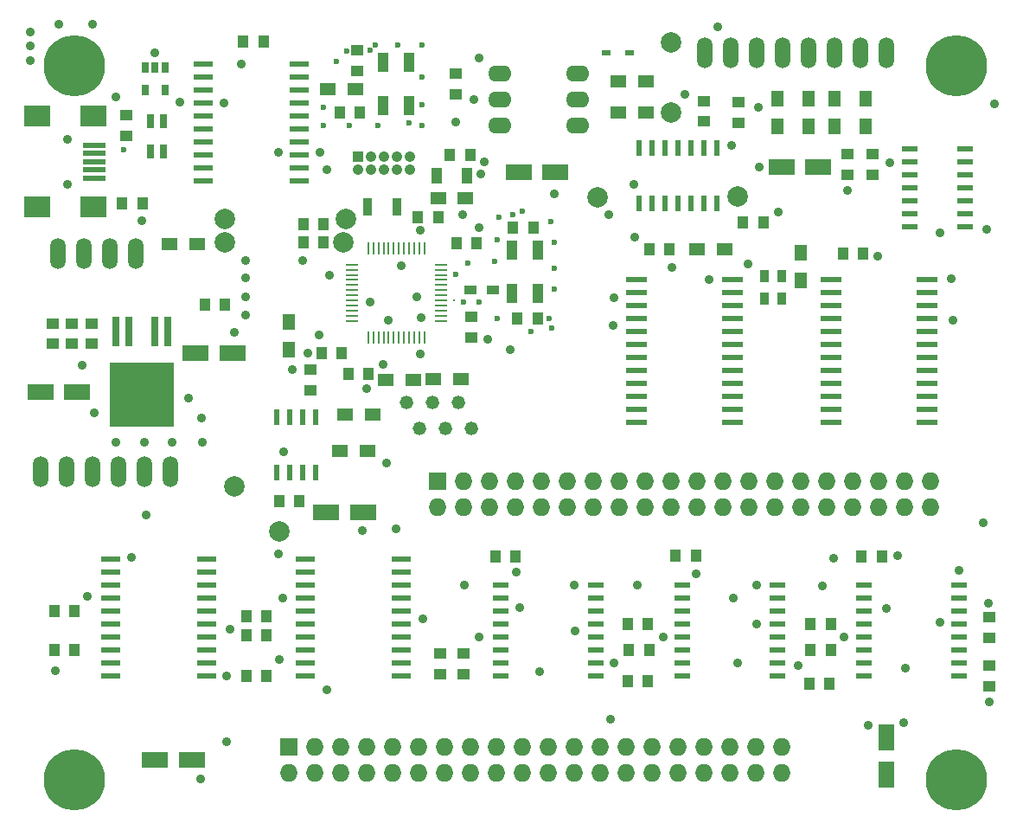
<source format=gbs>
G04 #@! TF.FileFunction,Soldermask,Bot*
%FSLAX46Y46*%
G04 Gerber Fmt 4.6, Leading zero omitted, Abs format (unit mm)*
G04 Created by KiCad (PCBNEW 4.0.2-4+6225~38~ubuntu15.04.1-stable) date So 06 Mär 2016 00:32:31 CET*
%MOMM*%
G01*
G04 APERTURE LIST*
%ADD10C,0.150000*%
%ADD11R,2.301240X0.500380*%
%ADD12R,2.499360X1.998980*%
%ADD13C,0.899160*%
%ADD14R,1.000000X1.250000*%
%ADD15R,1.000000X1.600000*%
%ADD16R,0.600000X1.550000*%
%ADD17O,1.506220X3.014980*%
%ADD18R,2.000000X0.600000*%
%ADD19R,1.950000X0.600000*%
%ADD20R,2.600960X1.600200*%
%ADD21R,1.600200X2.600960*%
%ADD22R,0.800000X3.000000*%
%ADD23R,6.300000X6.300000*%
%ADD24R,1.100000X1.900000*%
%ADD25R,1.500000X0.600000*%
%ADD26R,0.600000X1.500000*%
%ADD27O,2.286000X1.574800*%
%ADD28R,1.300000X0.250000*%
%ADD29R,0.250000X1.300000*%
%ADD30C,6.000000*%
%ADD31R,1.250000X1.000000*%
%ADD32R,1.727200X1.727200*%
%ADD33O,1.727200X1.727200*%
%ADD34R,1.050000X1.050000*%
%ADD35C,1.050000*%
%ADD36R,0.650000X1.060000*%
%ADD37R,0.800000X1.400000*%
%ADD38R,1.200000X0.900000*%
%ADD39R,1.500000X1.300000*%
%ADD40R,1.300000X1.500000*%
%ADD41R,0.200000X0.200000*%
%ADD42R,0.900000X0.600000*%
%ADD43R,0.900000X1.700000*%
%ADD44R,0.900000X1.200000*%
%ADD45C,1.320800*%
%ADD46C,2.000000*%
%ADD47C,0.889000*%
%ADD48C,0.600000*%
G04 APERTURE END LIST*
D10*
D11*
X8910320Y-16713200D03*
X8910320Y-15913100D03*
X8910320Y-15113000D03*
X8910320Y-14312900D03*
X8910320Y-13512800D03*
D12*
X8811260Y-19563080D03*
X3312160Y-19563080D03*
X8811260Y-10662920D03*
X3312160Y-10662920D03*
D13*
X6311900Y-17312640D03*
X6311900Y-12913360D03*
D14*
X84013800Y-53771800D03*
X86013800Y-53771800D03*
D15*
X42391200Y-16510000D03*
X45391200Y-16510000D03*
D14*
X42579800Y-20548600D03*
X40579800Y-20548600D03*
D16*
X30608000Y-45499000D03*
X29338000Y-45499000D03*
X28068000Y-45499000D03*
X26798000Y-45499000D03*
X26798000Y-40099000D03*
X28068000Y-40099000D03*
X29338000Y-40099000D03*
X30608000Y-40099000D03*
D17*
X86488000Y-4445000D03*
X83948000Y-4445000D03*
X68708000Y-4445000D03*
X71248000Y-4445000D03*
X73788000Y-4445000D03*
X76328000Y-4445000D03*
X78868000Y-4445000D03*
X81408000Y-4445000D03*
X5335000Y-24130000D03*
X7875000Y-24130000D03*
X10415000Y-24130000D03*
X12955000Y-24130000D03*
D18*
X90426000Y-26670000D03*
X90426000Y-27940000D03*
X90426000Y-29210000D03*
X90426000Y-30480000D03*
X90426000Y-31750000D03*
X90426000Y-33020000D03*
X90426000Y-34290000D03*
X90426000Y-35560000D03*
X90426000Y-36830000D03*
X90426000Y-38100000D03*
X90426000Y-39370000D03*
X90426000Y-40640000D03*
X81026000Y-40640000D03*
X81026000Y-39370000D03*
X81026000Y-38100000D03*
X81026000Y-36830000D03*
X81026000Y-35560000D03*
X81026000Y-34290000D03*
X81026000Y-33020000D03*
X81026000Y-31750000D03*
X81026000Y-30480000D03*
X81026000Y-29210000D03*
X81026000Y-27940000D03*
X81026000Y-26670000D03*
D19*
X29591000Y-65405000D03*
X29591000Y-64135000D03*
X29591000Y-62865000D03*
X29591000Y-61595000D03*
X29591000Y-60325000D03*
X29591000Y-59055000D03*
X29591000Y-57785000D03*
X29591000Y-56515000D03*
X29591000Y-55245000D03*
X29591000Y-53975000D03*
X38991000Y-53975000D03*
X38991000Y-55245000D03*
X38991000Y-56515000D03*
X38991000Y-57785000D03*
X38991000Y-59055000D03*
X38991000Y-60325000D03*
X38991000Y-61595000D03*
X38991000Y-62865000D03*
X38991000Y-64135000D03*
X38991000Y-65405000D03*
D20*
X31601140Y-49403000D03*
X35202860Y-49403000D03*
D21*
X86487000Y-75079860D03*
X86487000Y-71478140D03*
D20*
X79779860Y-15621000D03*
X76178140Y-15621000D03*
X50460640Y-16192500D03*
X54062360Y-16192500D03*
X18849340Y-33807400D03*
X22451060Y-33807400D03*
D17*
X3684000Y-45466000D03*
X6224000Y-45466000D03*
X8764000Y-45466000D03*
X11304000Y-45466000D03*
X13844000Y-45466000D03*
X16384000Y-45466000D03*
D22*
X11049000Y-31750000D03*
X12319000Y-31750000D03*
X14859000Y-31750000D03*
D23*
X13589000Y-37877000D03*
D22*
X16129000Y-31750000D03*
D24*
X49785000Y-23774400D03*
X52325000Y-28041600D03*
X49785000Y-28041600D03*
X52325000Y-23774400D03*
D19*
X10541000Y-65405000D03*
X10541000Y-64135000D03*
X10541000Y-62865000D03*
X10541000Y-61595000D03*
X10541000Y-60325000D03*
X10541000Y-59055000D03*
X10541000Y-57785000D03*
X10541000Y-56515000D03*
X10541000Y-55245000D03*
X10541000Y-53975000D03*
X19941000Y-53975000D03*
X19941000Y-55245000D03*
X19941000Y-56515000D03*
X19941000Y-57785000D03*
X19941000Y-59055000D03*
X19941000Y-60325000D03*
X19941000Y-61595000D03*
X19941000Y-62865000D03*
X19941000Y-64135000D03*
X19941000Y-65405000D03*
D25*
X57991000Y-56515000D03*
X57991000Y-57785000D03*
X57991000Y-59055000D03*
X57991000Y-60325000D03*
X57991000Y-61595000D03*
X57991000Y-62865000D03*
X57991000Y-64135000D03*
X57991000Y-65405000D03*
X48691000Y-65405000D03*
X48691000Y-64135000D03*
X48691000Y-62865000D03*
X48691000Y-61595000D03*
X48691000Y-60325000D03*
X48691000Y-59055000D03*
X48691000Y-57785000D03*
X48691000Y-56515000D03*
X75771000Y-56515000D03*
X75771000Y-57785000D03*
X75771000Y-59055000D03*
X75771000Y-60325000D03*
X75771000Y-61595000D03*
X75771000Y-62865000D03*
X75771000Y-64135000D03*
X75771000Y-65405000D03*
X66471000Y-65405000D03*
X66471000Y-64135000D03*
X66471000Y-62865000D03*
X66471000Y-61595000D03*
X66471000Y-60325000D03*
X66471000Y-59055000D03*
X66471000Y-57785000D03*
X66471000Y-56515000D03*
X93551000Y-56515000D03*
X93551000Y-57785000D03*
X93551000Y-59055000D03*
X93551000Y-60325000D03*
X93551000Y-61595000D03*
X93551000Y-62865000D03*
X93551000Y-64135000D03*
X93551000Y-65405000D03*
X84251000Y-65405000D03*
X84251000Y-64135000D03*
X84251000Y-62865000D03*
X84251000Y-61595000D03*
X84251000Y-60325000D03*
X84251000Y-59055000D03*
X84251000Y-57785000D03*
X84251000Y-56515000D03*
D26*
X69851000Y-19210000D03*
X68581000Y-19210000D03*
X67311000Y-19210000D03*
X66041000Y-19210000D03*
X64771000Y-19210000D03*
X63501000Y-19210000D03*
X62231000Y-19210000D03*
X62231000Y-13810000D03*
X63501000Y-13810000D03*
X64771000Y-13810000D03*
X66041000Y-13810000D03*
X67311000Y-13810000D03*
X68581000Y-13810000D03*
X69851000Y-13810000D03*
D19*
X28958000Y-5588000D03*
X28958000Y-6858000D03*
X28958000Y-8128000D03*
X28958000Y-9398000D03*
X28958000Y-10668000D03*
X28958000Y-11938000D03*
X28958000Y-13208000D03*
X28958000Y-14478000D03*
X28958000Y-15748000D03*
X28958000Y-17018000D03*
X19558000Y-17018000D03*
X19558000Y-15748000D03*
X19558000Y-14478000D03*
X19558000Y-13208000D03*
X19558000Y-11938000D03*
X19558000Y-10668000D03*
X19558000Y-9398000D03*
X19558000Y-8128000D03*
X19558000Y-6858000D03*
X19558000Y-5588000D03*
D27*
X56262000Y-6477000D03*
X56262000Y-9017000D03*
X56262000Y-11557000D03*
X48642000Y-11557000D03*
X48642000Y-9017000D03*
X48642000Y-6477000D03*
D18*
X71376000Y-26670000D03*
X71376000Y-27940000D03*
X71376000Y-29210000D03*
X71376000Y-30480000D03*
X71376000Y-31750000D03*
X71376000Y-33020000D03*
X71376000Y-34290000D03*
X71376000Y-35560000D03*
X71376000Y-36830000D03*
X71376000Y-38100000D03*
X71376000Y-39370000D03*
X71376000Y-40640000D03*
X61976000Y-40640000D03*
X61976000Y-39370000D03*
X61976000Y-38100000D03*
X61976000Y-36830000D03*
X61976000Y-35560000D03*
X61976000Y-34290000D03*
X61976000Y-33020000D03*
X61976000Y-31750000D03*
X61976000Y-30480000D03*
X61976000Y-29210000D03*
X61976000Y-27940000D03*
X61976000Y-26670000D03*
D24*
X37212000Y-5359400D03*
X39752000Y-9626600D03*
X37212000Y-9626600D03*
X39752000Y-5359400D03*
D28*
X42832000Y-25190000D03*
X42832000Y-25690000D03*
X42832000Y-26190000D03*
X42832000Y-26690000D03*
X42832000Y-27190000D03*
X42832000Y-27690000D03*
X42832000Y-28190000D03*
X42832000Y-28690000D03*
X42832000Y-29190000D03*
X42832000Y-29690000D03*
X42832000Y-30190000D03*
X42832000Y-30690000D03*
D29*
X41232000Y-32290000D03*
X40732000Y-32290000D03*
X40232000Y-32290000D03*
X39732000Y-32290000D03*
X39232000Y-32290000D03*
X38732000Y-32290000D03*
X38232000Y-32290000D03*
X37732000Y-32290000D03*
X37232000Y-32290000D03*
X36732000Y-32290000D03*
X36232000Y-32290000D03*
X35732000Y-32290000D03*
D28*
X34132000Y-30690000D03*
X34132000Y-30190000D03*
X34132000Y-29690000D03*
X34132000Y-29190000D03*
X34132000Y-28690000D03*
X34132000Y-28190000D03*
X34132000Y-27690000D03*
X34132000Y-27190000D03*
X34132000Y-26690000D03*
X34132000Y-26190000D03*
X34132000Y-25690000D03*
X34132000Y-25190000D03*
D29*
X35732000Y-23590000D03*
X36232000Y-23590000D03*
X36732000Y-23590000D03*
X37232000Y-23590000D03*
X37732000Y-23590000D03*
X38232000Y-23590000D03*
X38732000Y-23590000D03*
X39232000Y-23590000D03*
X39732000Y-23590000D03*
X40232000Y-23590000D03*
X40732000Y-23590000D03*
X41232000Y-23590000D03*
D30*
X6986000Y-5715000D03*
X93346000Y-5715000D03*
X93345000Y-75565000D03*
X6985000Y-75565000D03*
D14*
X29354000Y-22987000D03*
X31354000Y-22987000D03*
D31*
X34672000Y-6207000D03*
X34672000Y-4207000D03*
D14*
X34910000Y-10287000D03*
X32910000Y-10287000D03*
D31*
X96520000Y-66405000D03*
X96520000Y-64405000D03*
D14*
X78884000Y-66167000D03*
X80884000Y-66167000D03*
D31*
X85091000Y-16367000D03*
X85091000Y-14367000D03*
D14*
X49889900Y-21539200D03*
X51889900Y-21539200D03*
X52309000Y-30480000D03*
X50309000Y-30480000D03*
D31*
X72010000Y-11287000D03*
X72010000Y-9287000D03*
X44324000Y-8493000D03*
X44324000Y-6493000D03*
X96520000Y-61706000D03*
X96520000Y-59706000D03*
D14*
X82185000Y-24130000D03*
X84185000Y-24130000D03*
X33773600Y-35864800D03*
X35773600Y-35864800D03*
X63104000Y-65913000D03*
X61104000Y-65913000D03*
X79011000Y-60325000D03*
X81011000Y-60325000D03*
X61104000Y-60325000D03*
X63104000Y-60325000D03*
D31*
X45796200Y-30318200D03*
X45796200Y-32318200D03*
D14*
X79011000Y-62865000D03*
X81011000Y-62865000D03*
D31*
X45086000Y-63262000D03*
X45086000Y-65262000D03*
D14*
X48149000Y-53721000D03*
X50149000Y-53721000D03*
D31*
X30100000Y-37449000D03*
X30100000Y-35449000D03*
D14*
X61231000Y-62865000D03*
X63231000Y-62865000D03*
X72407000Y-21082000D03*
X74407000Y-21082000D03*
X6970000Y-59055000D03*
X4970000Y-59055000D03*
X44340000Y-23114000D03*
X46340000Y-23114000D03*
D31*
X42800000Y-65262000D03*
X42800000Y-63262000D03*
D14*
X25765000Y-61468000D03*
X23765000Y-61468000D03*
X6970000Y-62865000D03*
X4970000Y-62865000D03*
X23766000Y-65405000D03*
X25766000Y-65405000D03*
X63237600Y-23647400D03*
X65237600Y-23647400D03*
X65827400Y-53670200D03*
X67827400Y-53670200D03*
D32*
X27941000Y-72390000D03*
D33*
X27941000Y-74930000D03*
X30481000Y-72390000D03*
X30481000Y-74930000D03*
X33021000Y-72390000D03*
X33021000Y-74930000D03*
X35561000Y-72390000D03*
X35561000Y-74930000D03*
X38101000Y-72390000D03*
X38101000Y-74930000D03*
X40641000Y-72390000D03*
X40641000Y-74930000D03*
X43181000Y-72390000D03*
X43181000Y-74930000D03*
X45721000Y-72390000D03*
X45721000Y-74930000D03*
X48261000Y-72390000D03*
X48261000Y-74930000D03*
X50801000Y-72390000D03*
X50801000Y-74930000D03*
X53341000Y-72390000D03*
X53341000Y-74930000D03*
X55881000Y-72390000D03*
X55881000Y-74930000D03*
X58421000Y-72390000D03*
X58421000Y-74930000D03*
X60961000Y-72390000D03*
X60961000Y-74930000D03*
X63501000Y-72390000D03*
X63501000Y-74930000D03*
X66041000Y-72390000D03*
X66041000Y-74930000D03*
X68581000Y-72390000D03*
X68581000Y-74930000D03*
X71121000Y-72390000D03*
X71121000Y-74930000D03*
X73661000Y-72390000D03*
X73661000Y-74930000D03*
X76201000Y-72390000D03*
X76201000Y-74930000D03*
D32*
X42546000Y-46355000D03*
D33*
X42546000Y-48895000D03*
X45086000Y-46355000D03*
X45086000Y-48895000D03*
X47626000Y-46355000D03*
X47626000Y-48895000D03*
X50166000Y-46355000D03*
X50166000Y-48895000D03*
X52706000Y-46355000D03*
X52706000Y-48895000D03*
X55246000Y-46355000D03*
X55246000Y-48895000D03*
X57786000Y-46355000D03*
X57786000Y-48895000D03*
X60326000Y-46355000D03*
X60326000Y-48895000D03*
X62866000Y-46355000D03*
X62866000Y-48895000D03*
X65406000Y-46355000D03*
X65406000Y-48895000D03*
X67946000Y-46355000D03*
X67946000Y-48895000D03*
X70486000Y-46355000D03*
X70486000Y-48895000D03*
X73026000Y-46355000D03*
X73026000Y-48895000D03*
X75566000Y-46355000D03*
X75566000Y-48895000D03*
X78106000Y-46355000D03*
X78106000Y-48895000D03*
X80646000Y-46355000D03*
X80646000Y-48895000D03*
X83186000Y-46355000D03*
X83186000Y-48895000D03*
X85726000Y-46355000D03*
X85726000Y-48895000D03*
X88266000Y-46355000D03*
X88266000Y-48895000D03*
X90806000Y-46355000D03*
X90806000Y-48895000D03*
D34*
X34722800Y-14605000D03*
D35*
X35992800Y-14605000D03*
X37262800Y-14605000D03*
X38532800Y-14605000D03*
X39802800Y-14605000D03*
X35992800Y-15875000D03*
X37262800Y-15875000D03*
X38532800Y-15875000D03*
X39802800Y-15875000D03*
X34722800Y-15875000D03*
D31*
X4851400Y-32927800D03*
X4851400Y-30927800D03*
D20*
X3634740Y-37693600D03*
X7236460Y-37693600D03*
D14*
X13637500Y-19240500D03*
X11637500Y-19240500D03*
D31*
X12066000Y-12557000D03*
X12066000Y-10557000D03*
D36*
X13910000Y-5885000D03*
X14860000Y-5885000D03*
X15810000Y-5885000D03*
X15810000Y-8085000D03*
X13910000Y-8085000D03*
D37*
X15650500Y-14136500D03*
X14450500Y-11136500D03*
X14450500Y-14136500D03*
X15650500Y-11136500D03*
D38*
X45764000Y-27686000D03*
X47964000Y-27686000D03*
D31*
X6731000Y-32927800D03*
X6731000Y-30927800D03*
X8610600Y-32927800D03*
X8610600Y-30927800D03*
D14*
X31354000Y-21209000D03*
X29354000Y-21209000D03*
X19701000Y-29083000D03*
X21701000Y-29083000D03*
D39*
X16303000Y-23190200D03*
X19003000Y-23190200D03*
X31798000Y-8001000D03*
X34498000Y-8001000D03*
X40148500Y-36512500D03*
X37448500Y-36512500D03*
X36148000Y-39878000D03*
X33448000Y-39878000D03*
X42084000Y-36385500D03*
X44784000Y-36385500D03*
X62946000Y-7239000D03*
X60246000Y-7239000D03*
X42566600Y-18694400D03*
X45266600Y-18694400D03*
X60246000Y-10287000D03*
X62946000Y-10287000D03*
D40*
X78868000Y-8937000D03*
X78868000Y-11637000D03*
X84456000Y-8937000D03*
X84456000Y-11637000D03*
X75820000Y-8937000D03*
X75820000Y-11637000D03*
X81408000Y-8937000D03*
X81408000Y-11637000D03*
X27941000Y-30781000D03*
X27941000Y-33481000D03*
D39*
X70616800Y-23647400D03*
X67916800Y-23647400D03*
D40*
X78105000Y-24050000D03*
X78105000Y-26750000D03*
D41*
X44100800Y-28702000D03*
X44900800Y-28702000D03*
D39*
X32941000Y-43434000D03*
X35641000Y-43434000D03*
D42*
X61342000Y-4445000D03*
X59056000Y-4445000D03*
D25*
X94141000Y-13843000D03*
X94141000Y-15113000D03*
X94141000Y-16383000D03*
X94141000Y-17653000D03*
X94141000Y-18923000D03*
X94141000Y-20193000D03*
X94141000Y-21463000D03*
X88741000Y-21463000D03*
X88741000Y-20193000D03*
X88741000Y-18923000D03*
X88741000Y-17653000D03*
X88741000Y-16383000D03*
X88741000Y-15113000D03*
X88741000Y-13843000D03*
D14*
X43729400Y-14452600D03*
X45729400Y-14452600D03*
D31*
X82678000Y-14367000D03*
X82678000Y-16367000D03*
X68606400Y-9185400D03*
X68606400Y-11185400D03*
D43*
X35660400Y-19532600D03*
X38560400Y-19532600D03*
D14*
X25485600Y-3378200D03*
X23485600Y-3378200D03*
X25765000Y-59563000D03*
X23765000Y-59563000D03*
D44*
X76200000Y-26332000D03*
X76200000Y-28532000D03*
X74549000Y-28532000D03*
X74549000Y-26332000D03*
D14*
X33156400Y-33807400D03*
X31156400Y-33807400D03*
X26990800Y-48361600D03*
X28990800Y-48361600D03*
D20*
X14836140Y-73660000D03*
X18437860Y-73660000D03*
D45*
X39497000Y-38671500D03*
X40767000Y-41211500D03*
X42037000Y-38671500D03*
X43307000Y-41211500D03*
X44577000Y-38671500D03*
X45847000Y-41211500D03*
D46*
X33275000Y-22987000D03*
X21654500Y-22987000D03*
X22607000Y-46863000D03*
X27052000Y-51308000D03*
D47*
X21590000Y-9398000D03*
D46*
X71883000Y-18542000D03*
X58192400Y-18567400D03*
D47*
X21844000Y-71882000D03*
X21844000Y-65405000D03*
X26924000Y-14224000D03*
X30988000Y-14224000D03*
X96456500Y-58293000D03*
X93599000Y-55118000D03*
X37528500Y-44577000D03*
X19354800Y-75539600D03*
X27457400Y-43484800D03*
X80200500Y-56642000D03*
X81280000Y-53949600D03*
X67843400Y-55397400D03*
X50241200Y-55270400D03*
X73761600Y-56540400D03*
X55880000Y-56515000D03*
X23317200Y-5537200D03*
X47421800Y-32461200D03*
X46786800Y-16357600D03*
X44958000Y-20320000D03*
X40792400Y-21793200D03*
X47117000Y-15163800D03*
X17272000Y-9271000D03*
X13525500Y-20891500D03*
D48*
X11811000Y-13970000D03*
D47*
X31940500Y-26225500D03*
X29337000Y-24765000D03*
X31686500Y-15875000D03*
X35179000Y-51181000D03*
X45148500Y-56515000D03*
X59436000Y-69659500D03*
X96267000Y-21717000D03*
X97028000Y-9461500D03*
X8864600Y-39649400D03*
X7696200Y-35026600D03*
X29845000Y-33883600D03*
X30886400Y-32080200D03*
X82678000Y-17907000D03*
X86804500Y-15240000D03*
X59753500Y-64198500D03*
X56007000Y-61023500D03*
X52514500Y-65024000D03*
X50546000Y-58737500D03*
X22225000Y-60833000D03*
X27368500Y-57848500D03*
X27052000Y-63817500D03*
X31686500Y-66802000D03*
X92964000Y-30607000D03*
X71310500Y-13525500D03*
X69977000Y-1968500D03*
X44323000Y-11239500D03*
X66738500Y-8572500D03*
X40895000Y-30353000D03*
X40830500Y-33909000D03*
X61849000Y-22479000D03*
X59690000Y-31115000D03*
X59817000Y-28448000D03*
X75870800Y-20040600D03*
X41084500Y-59880500D03*
X88138000Y-69977000D03*
X85598000Y-24384000D03*
X73914000Y-9779000D03*
X53975000Y-18288000D03*
X46609000Y-21590000D03*
X49657000Y-33528000D03*
X59309000Y-20320000D03*
X72898000Y-25146000D03*
X38989000Y-25273000D03*
X35941000Y-28829000D03*
X88328500Y-64706500D03*
X84709000Y-70231000D03*
X96520000Y-67945000D03*
X22580600Y-31826200D03*
X23698200Y-30099000D03*
X23698200Y-28321000D03*
X23698200Y-26492200D03*
X23698200Y-24765000D03*
X11049000Y-42595800D03*
X13843000Y-42595800D03*
X16535400Y-42545000D03*
X19481800Y-42595800D03*
X19431000Y-40208200D03*
X18110200Y-38227000D03*
X69088000Y-26670000D03*
X5080000Y-64897000D03*
X13970000Y-49657000D03*
X8255000Y-57658000D03*
X91694000Y-60198000D03*
X71882000Y-64135000D03*
X73787000Y-60325000D03*
X71501000Y-57785000D03*
X37720000Y-30607000D03*
X38482000Y-51054000D03*
X28322000Y-35433000D03*
X46102000Y-9017000D03*
X46610000Y-4953000D03*
X14859000Y-4445000D03*
X11050000Y-8763000D03*
X74042000Y-15621000D03*
X61722000Y-17335500D03*
X65430400Y-25425400D03*
X91695000Y-22098000D03*
X35561000Y-37338000D03*
X92838000Y-26543000D03*
X37147500Y-34925000D03*
X40514000Y-28321000D03*
X95948500Y-50482500D03*
X86488000Y-58801000D03*
X87579200Y-53670200D03*
X46559200Y-61595000D03*
X12574000Y-53848000D03*
X26899600Y-53517800D03*
X64644000Y-61595000D03*
X62103000Y-56515000D03*
X77852000Y-64389000D03*
X82281000Y-61595000D03*
X8699500Y-1651000D03*
X5461000Y-1651000D03*
X2667000Y-2476500D03*
X2667000Y-3810000D03*
X2667000Y-5207000D03*
D46*
X65342500Y-10350500D03*
X65406000Y-3429000D03*
X33529000Y-20701000D03*
X21667200Y-20751800D03*
D48*
X45086000Y-28829000D03*
X48134000Y-24892000D03*
X48388000Y-22733000D03*
X53722000Y-31369000D03*
X48388000Y-30480000D03*
X51690000Y-31750000D03*
X53468000Y-30480000D03*
X53976000Y-27559000D03*
X53976000Y-25527000D03*
X53976000Y-22987000D03*
X53595000Y-20955000D03*
X50801000Y-19939000D03*
X48515000Y-20574000D03*
X45467000Y-25019000D03*
X44324000Y-26162000D03*
X46610000Y-28829000D03*
X49912000Y-20320000D03*
X33656000Y-4318000D03*
X36450000Y-3683000D03*
X35942000Y-4191000D03*
X38609000Y-3683000D03*
X31370000Y-9779000D03*
X41022000Y-6858000D03*
X41022000Y-9525000D03*
X41022000Y-11557000D03*
X33910000Y-11557000D03*
X31370000Y-11557000D03*
X36704000Y-11557000D03*
X41022000Y-3683000D03*
X32640000Y-5334000D03*
X39752000Y-11303000D03*
M02*

</source>
